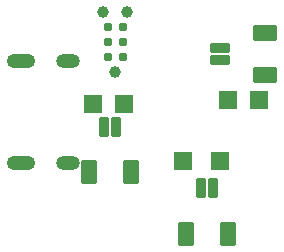
<source format=gbs>
G04 #@! TF.GenerationSoftware,KiCad,Pcbnew,8.0.6*
G04 #@! TF.CreationDate,2025-07-21T23:48:44+02:00*
G04 #@! TF.ProjectId,nRF5340,6e524635-3334-4302-9e6b-696361645f70,rev?*
G04 #@! TF.SameCoordinates,Original*
G04 #@! TF.FileFunction,Soldermask,Bot*
G04 #@! TF.FilePolarity,Negative*
%FSLAX46Y46*%
G04 Gerber Fmt 4.6, Leading zero omitted, Abs format (unit mm)*
G04 Created by KiCad (PCBNEW 8.0.6) date 2025-07-21 23:48:44*
%MOMM*%
%LPD*%
G01*
G04 APERTURE LIST*
G04 Aperture macros list*
%AMRoundRect*
0 Rectangle with rounded corners*
0 $1 Rounding radius*
0 $2 $3 $4 $5 $6 $7 $8 $9 X,Y pos of 4 corners*
0 Add a 4 corners polygon primitive as box body*
4,1,4,$2,$3,$4,$5,$6,$7,$8,$9,$2,$3,0*
0 Add four circle primitives for the rounded corners*
1,1,$1+$1,$2,$3*
1,1,$1+$1,$4,$5*
1,1,$1+$1,$6,$7*
1,1,$1+$1,$8,$9*
0 Add four rect primitives between the rounded corners*
20,1,$1+$1,$2,$3,$4,$5,0*
20,1,$1+$1,$4,$5,$6,$7,0*
20,1,$1+$1,$6,$7,$8,$9,0*
20,1,$1+$1,$8,$9,$2,$3,0*%
G04 Aperture macros list end*
%ADD10O,2.004000X1.204000*%
%ADD11O,2.404000X1.204000*%
%ADD12R,1.500000X1.500000*%
%ADD13RoundRect,0.102000X0.300000X0.775000X-0.300000X0.775000X-0.300000X-0.775000X0.300000X-0.775000X0*%
%ADD14RoundRect,0.102000X0.600000X0.900000X-0.600000X0.900000X-0.600000X-0.900000X0.600000X-0.900000X0*%
%ADD15C,0.990600*%
%ADD16C,0.787400*%
%ADD17RoundRect,0.102000X-0.775000X0.300000X-0.775000X-0.300000X0.775000X-0.300000X0.775000X0.300000X0*%
%ADD18RoundRect,0.102000X-0.900000X0.600000X-0.900000X-0.600000X0.900000X-0.600000X0.900000X0.600000X0*%
G04 APERTURE END LIST*
D10*
X142612499Y-119495748D03*
D11*
X138612498Y-119495747D03*
D10*
X142612499Y-128135750D03*
D11*
X138612498Y-128135753D03*
D12*
X156175000Y-122800000D03*
D13*
X154875001Y-130249999D03*
X153875000Y-130250000D03*
D14*
X156175000Y-134125000D03*
X152575000Y-134125000D03*
D12*
X158725000Y-122800000D03*
X152300000Y-127900000D03*
X144700003Y-123124999D03*
D13*
X146650001Y-125024998D03*
X145650001Y-125024998D03*
D14*
X147950000Y-128900000D03*
X144350000Y-128900000D03*
D15*
X146615001Y-120360002D03*
X147631004Y-115279997D03*
X145599002Y-115279996D03*
D16*
X145980004Y-119089996D03*
X147250001Y-119089998D03*
X145980002Y-117819998D03*
X147250002Y-117819998D03*
X145980003Y-116549998D03*
X147250000Y-116550000D03*
D17*
X155425000Y-118374999D03*
X155424999Y-119375001D03*
D18*
X159300000Y-117075000D03*
X159300000Y-120675000D03*
D12*
X147375000Y-123100000D03*
X155475000Y-127925000D03*
M02*

</source>
